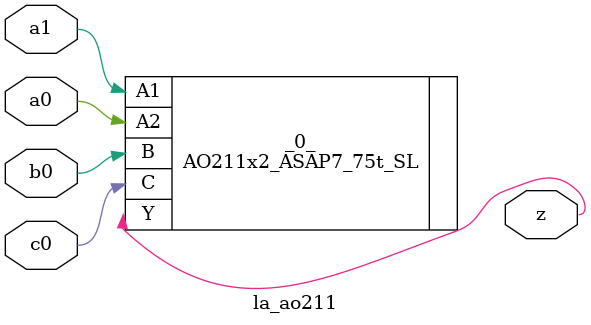
<source format=v>
/* Generated by Yosys 0.37 (git sha1 a5c7f69ed, clang 14.0.0-1ubuntu1.1 -fPIC -Os) */

module la_ao211(a0, a1, b0, c0, z);
  input a0;
  wire a0;
  input a1;
  wire a1;
  input b0;
  wire b0;
  input c0;
  wire c0;
  output z;
  wire z;
  AO211x2_ASAP7_75t_SL _0_ (
    .A1(a1),
    .A2(a0),
    .B(b0),
    .C(c0),
    .Y(z)
  );
endmodule

</source>
